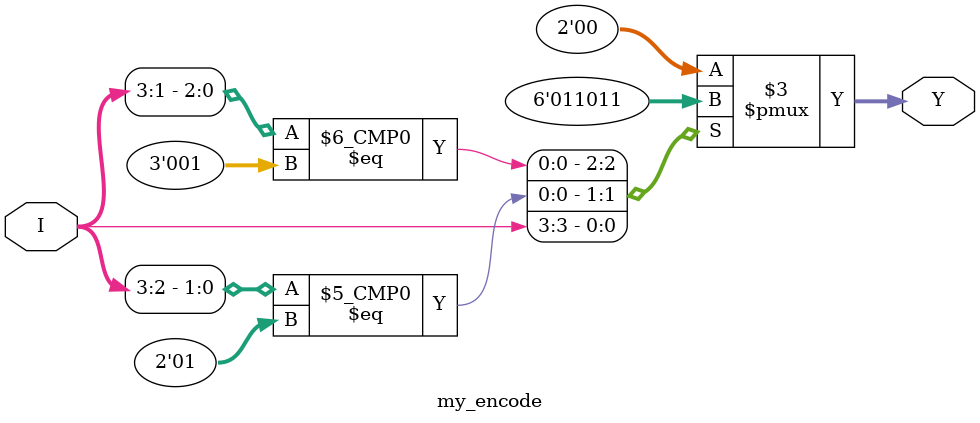
<source format=v>
/*******************************************************************
**ÎÒÃÇµÄFPGA¿ª·¢Íø
**ÍøÕ¾£ºwww.OurFPGA.com
**ÌÔ±¦£ºOurFPGA.taobao.com
**ÓÊÏä: OurFPGA@gmail.com
**»¶Ó­´ó¼ÒµÇÂ½ÍøÕ¾£¬²ÎÓëFPGA¼°µç×Ó¼¼ÊõÌÖÂÛ£¬ÏÂÔØÃâ·ÑÊÓÆµ½Ì³Ì¼°×ÊÁÏ
*****************ÎÄ¼þÐÅÏ¢********************************************
**´´½¨ÈÕÆÚ£º   2011.06.01
**°æ±¾ºÅ£º     version 1.0
**¹¦ÄÜÃèÊö£º   ¹¦ÄÜÃèÊö£º 4Ïß-2Ïß±àÂëÆ÷  ÓÅÏÈ±àÂëÆ÷
********************************************************************/

module my_encode(I,Y);
input [3:0] I;   ////ÊäÈë      ÊäÈëÓÉ¿ª¹Ø¾ö¶¨£¬0£º°´ÏÂ£¬1£ºÎ´°´ÏÂ
output[1:0] Y;//Êä³ö

reg [1:0] Y;
always@(I) //Ò»µ©I±ä»¯¾ÍÖ´ÐÐ
begin             //begin end;        case endcase
	casex(I)   //ÓÅÏÈ±àÂëÆ÷ÐèÒªÓÃcasexÀ´ÃèÊö  
	4'b0001:  Y=2'b00;  //I[0]Îª1µÄÊ±ºò±àÂëÎª0
	4'b001x:  Y=2'b01;  //I[1]Îª1µÄÊ±ºò±àÂëÎª1
	4'b01xx:  Y=2'b10; //I[2]Îª1µÄÊ±ºò±àÂëÎª2
	4'b1xxx:  Y=2'b11;//I[3]Îª1µÄÊ±ºò±àÂëÎª3
     default:   Y=2'b00; //ÆäËü×´Ì¬µÄ´¦Àí
  endcase
end	
endmodule

</source>
